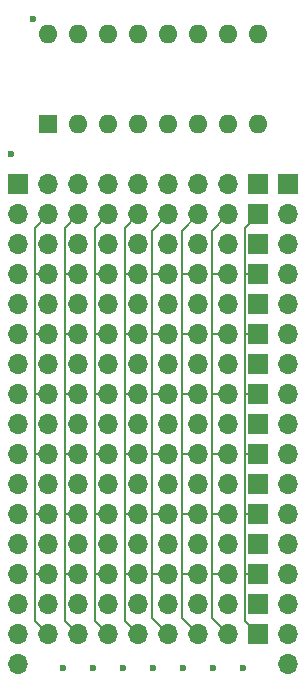
<source format=gbl>
G04 #@! TF.GenerationSoftware,KiCad,Pcbnew,8.0.8-unknown-202502120121~a17639b16e~ubuntu24.04.1*
G04 #@! TF.CreationDate,2025-02-14T12:45:32-05:00*
G04 #@! TF.ProjectId,diode-matrix-rom-dip,64696f64-652d-46d6-9174-7269782d726f,v00*
G04 #@! TF.SameCoordinates,Original*
G04 #@! TF.FileFunction,Copper,L4,Bot*
G04 #@! TF.FilePolarity,Positive*
%FSLAX46Y46*%
G04 Gerber Fmt 4.6, Leading zero omitted, Abs format (unit mm)*
G04 Created by KiCad (PCBNEW 8.0.8-unknown-202502120121~a17639b16e~ubuntu24.04.1) date 2025-02-14 12:45:32*
%MOMM*%
%LPD*%
G01*
G04 APERTURE LIST*
G04 #@! TA.AperFunction,ComponentPad*
%ADD10R,1.700000X1.700000*%
G04 #@! TD*
G04 #@! TA.AperFunction,ComponentPad*
%ADD11O,1.700000X1.700000*%
G04 #@! TD*
G04 #@! TA.AperFunction,ComponentPad*
%ADD12R,1.600000X1.600000*%
G04 #@! TD*
G04 #@! TA.AperFunction,ComponentPad*
%ADD13O,1.600000X1.600000*%
G04 #@! TD*
G04 #@! TA.AperFunction,ViaPad*
%ADD14C,0.600000*%
G04 #@! TD*
G04 #@! TA.AperFunction,Conductor*
%ADD15C,0.200000*%
G04 #@! TD*
G04 APERTURE END LIST*
D10*
X137160000Y-114300000D03*
D11*
X134620000Y-114300000D03*
X132080000Y-114300000D03*
X129540000Y-114300000D03*
X127000000Y-114300000D03*
X124460000Y-114300000D03*
X121920000Y-114300000D03*
X119380000Y-114300000D03*
D10*
X137160000Y-119380000D03*
D11*
X134620000Y-119380000D03*
X132080000Y-119380000D03*
X129540000Y-119380000D03*
X127000000Y-119380000D03*
X124460000Y-119380000D03*
X121920000Y-119380000D03*
X119380000Y-119380000D03*
D10*
X137160000Y-101600000D03*
D11*
X134620000Y-101600000D03*
X132080000Y-101600000D03*
X129540000Y-101600000D03*
X127000000Y-101600000D03*
X124460000Y-101600000D03*
X121920000Y-101600000D03*
X119380000Y-101600000D03*
D10*
X137160000Y-96520000D03*
D11*
X134620000Y-96520000D03*
X132080000Y-96520000D03*
X129540000Y-96520000D03*
X127000000Y-96520000D03*
X124460000Y-96520000D03*
X121920000Y-96520000D03*
X119380000Y-96520000D03*
D10*
X137160000Y-106680000D03*
D11*
X134620000Y-106680000D03*
X132080000Y-106680000D03*
X129540000Y-106680000D03*
X127000000Y-106680000D03*
X124460000Y-106680000D03*
X121920000Y-106680000D03*
X119380000Y-106680000D03*
D10*
X137160000Y-104140000D03*
D11*
X134620000Y-104140000D03*
X132080000Y-104140000D03*
X129540000Y-104140000D03*
X127000000Y-104140000D03*
X124460000Y-104140000D03*
X121920000Y-104140000D03*
X119380000Y-104140000D03*
D12*
X119380000Y-86360000D03*
D13*
X121920000Y-86360000D03*
X124460000Y-86360000D03*
X127000000Y-86360000D03*
X129540000Y-86360000D03*
X132080000Y-86360000D03*
X134620000Y-86360000D03*
X137160000Y-86360000D03*
X137160000Y-78740000D03*
X134620000Y-78740000D03*
X132080000Y-78740000D03*
X129540000Y-78740000D03*
X127000000Y-78740000D03*
X124460000Y-78740000D03*
X121920000Y-78740000D03*
X119380000Y-78740000D03*
D10*
X137160000Y-124460000D03*
D11*
X134620000Y-124460000D03*
X132080000Y-124460000D03*
X129540000Y-124460000D03*
X127000000Y-124460000D03*
X124460000Y-124460000D03*
X121920000Y-124460000D03*
X119380000Y-124460000D03*
D10*
X137160000Y-121920000D03*
D11*
X134620000Y-121920000D03*
X132080000Y-121920000D03*
X129540000Y-121920000D03*
X127000000Y-121920000D03*
X124460000Y-121920000D03*
X121920000Y-121920000D03*
X119380000Y-121920000D03*
D10*
X137160000Y-93980000D03*
D11*
X134620000Y-93980000D03*
X132080000Y-93980000D03*
X129540000Y-93980000D03*
X127000000Y-93980000D03*
X124460000Y-93980000D03*
X121920000Y-93980000D03*
X119380000Y-93980000D03*
D10*
X137160000Y-91440000D03*
D11*
X134620000Y-91440000D03*
X132080000Y-91440000D03*
X129540000Y-91440000D03*
X127000000Y-91440000D03*
X124460000Y-91440000D03*
X121920000Y-91440000D03*
X119380000Y-91440000D03*
D10*
X137160000Y-116840000D03*
D11*
X134620000Y-116840000D03*
X132080000Y-116840000D03*
X129540000Y-116840000D03*
X127000000Y-116840000D03*
X124460000Y-116840000D03*
X121920000Y-116840000D03*
X119380000Y-116840000D03*
D10*
X137160000Y-109220000D03*
D11*
X134620000Y-109220000D03*
X132080000Y-109220000D03*
X129540000Y-109220000D03*
X127000000Y-109220000D03*
X124460000Y-109220000D03*
X121920000Y-109220000D03*
X119380000Y-109220000D03*
D10*
X137160000Y-127000000D03*
D11*
X134620000Y-127000000D03*
X132080000Y-127000000D03*
X129540000Y-127000000D03*
X127000000Y-127000000D03*
X124460000Y-127000000D03*
X121920000Y-127000000D03*
X119380000Y-127000000D03*
D10*
X137160000Y-99060000D03*
D11*
X134620000Y-99060000D03*
X132080000Y-99060000D03*
X129540000Y-99060000D03*
X127000000Y-99060000D03*
X124460000Y-99060000D03*
X121920000Y-99060000D03*
X119380000Y-99060000D03*
D10*
X137160000Y-129540000D03*
D11*
X134620000Y-129540000D03*
X132080000Y-129540000D03*
X129540000Y-129540000D03*
X127000000Y-129540000D03*
X124460000Y-129540000D03*
X121920000Y-129540000D03*
X119380000Y-129540000D03*
D10*
X137160000Y-111760000D03*
D11*
X134620000Y-111760000D03*
X132080000Y-111760000D03*
X129540000Y-111760000D03*
X127000000Y-111760000D03*
X124460000Y-111760000D03*
X121920000Y-111760000D03*
X119380000Y-111760000D03*
D10*
X116840000Y-91440000D03*
D11*
X116840000Y-93980000D03*
X116840000Y-96520000D03*
X116840000Y-99060000D03*
X116840000Y-101600000D03*
X116840000Y-104140000D03*
X116840000Y-106680000D03*
X116840000Y-109220000D03*
X116840000Y-111760000D03*
X116840000Y-114300000D03*
X116840000Y-116840000D03*
X116840000Y-119380000D03*
X116840000Y-121920000D03*
X116840000Y-124460000D03*
X116840000Y-127000000D03*
X116840000Y-129540000D03*
X116840000Y-132080000D03*
D10*
X139700000Y-91440000D03*
D11*
X139700000Y-93980000D03*
X139700000Y-96520000D03*
X139700000Y-99060000D03*
X139700000Y-101600000D03*
X139700000Y-104140000D03*
X139700000Y-106680000D03*
X139700000Y-109220000D03*
X139700000Y-111760000D03*
X139700000Y-114300000D03*
X139700000Y-116840000D03*
X139700000Y-119380000D03*
X139700000Y-121920000D03*
X139700000Y-124460000D03*
X139700000Y-127000000D03*
X139700000Y-129540000D03*
X139700000Y-132080000D03*
D14*
X133350000Y-132400000D03*
X125730000Y-132400000D03*
X120650000Y-132400000D03*
X128270000Y-132400000D03*
X116205000Y-88900000D03*
X118110000Y-77470000D03*
X135890000Y-132400000D03*
X130810000Y-132400000D03*
X123190000Y-132400000D03*
D15*
X124460000Y-114300000D02*
X123310000Y-114300000D01*
X123310000Y-124460000D02*
X123310000Y-128390000D01*
X123310000Y-104140000D02*
X123310000Y-109220000D01*
X123310000Y-119380000D02*
X123310000Y-124460000D01*
X124460000Y-104140000D02*
X123310000Y-104140000D01*
X124460000Y-93980000D02*
X123310000Y-95130000D01*
X124460000Y-99060000D02*
X123310000Y-99060000D01*
X124460000Y-119380000D02*
X123310000Y-119380000D01*
X123310000Y-95130000D02*
X123310000Y-99060000D01*
X123310000Y-128390000D02*
X124460000Y-129540000D01*
X123310000Y-99060000D02*
X123310000Y-104140000D01*
X124460000Y-124460000D02*
X123310000Y-124460000D01*
X123310000Y-114300000D02*
X123310000Y-119380000D01*
X123310000Y-109220000D02*
X123310000Y-114300000D01*
X124460000Y-109220000D02*
X123310000Y-109220000D01*
X118230000Y-114300000D02*
X118230000Y-119380000D01*
X119380000Y-104140000D02*
X118230000Y-104140000D01*
X118230000Y-99060000D02*
X118230000Y-104140000D01*
X118230000Y-124460000D02*
X118230000Y-128390000D01*
X119380000Y-99060000D02*
X118230000Y-99060000D01*
X119380000Y-109220000D02*
X118230000Y-109220000D01*
X119380000Y-114300000D02*
X118230000Y-114300000D01*
X118230000Y-95130000D02*
X118230000Y-99060000D01*
X118230000Y-104140000D02*
X118230000Y-109220000D01*
X119380000Y-124460000D02*
X118230000Y-124460000D01*
X119380000Y-119380000D02*
X118230000Y-119380000D01*
X119380000Y-93980000D02*
X118230000Y-95130000D01*
X118230000Y-128390000D02*
X119380000Y-129540000D01*
X118230000Y-119380000D02*
X118230000Y-124460000D01*
X118230000Y-109220000D02*
X118230000Y-114300000D01*
X121920000Y-104140000D02*
X120770000Y-104140000D01*
X120770000Y-128390000D02*
X121920000Y-129540000D01*
X121920000Y-124460000D02*
X120770000Y-124460000D01*
X120770000Y-124460000D02*
X120770000Y-128390000D01*
X121920000Y-109220000D02*
X120770000Y-109220000D01*
X121920000Y-119380000D02*
X120770000Y-119380000D01*
X121920000Y-114300000D02*
X120770000Y-114300000D01*
X120770000Y-109220000D02*
X120770000Y-114300000D01*
X121920000Y-99060000D02*
X120770000Y-99060000D01*
X120770000Y-95130000D02*
X120770000Y-99060000D01*
X120770000Y-114300000D02*
X120770000Y-119380000D01*
X120770000Y-119380000D02*
X120770000Y-124460000D01*
X120770000Y-99060000D02*
X120770000Y-104140000D01*
X120770000Y-104140000D02*
X120770000Y-109220000D01*
X121920000Y-93980000D02*
X120770000Y-95130000D01*
X129540000Y-114300000D02*
X128150000Y-114300000D01*
X129540000Y-109220000D02*
X128150000Y-109220000D01*
X128150000Y-109220000D02*
X128150000Y-114300000D01*
X128150000Y-95370000D02*
X128150000Y-99060000D01*
X129540000Y-119380000D02*
X128150000Y-119380000D01*
X128150000Y-128150000D02*
X129540000Y-129540000D01*
X129540000Y-104140000D02*
X128150000Y-104140000D01*
X128150000Y-104140000D02*
X128150000Y-109220000D01*
X129540000Y-124460000D02*
X128150000Y-124460000D01*
X129540000Y-99060000D02*
X128150000Y-99060000D01*
X129540000Y-93980000D02*
X128150000Y-95370000D01*
X128150000Y-124460000D02*
X128150000Y-128150000D01*
X128150000Y-99060000D02*
X128150000Y-104140000D01*
X128150000Y-114300000D02*
X128150000Y-119380000D01*
X128150000Y-119380000D02*
X128150000Y-124460000D01*
X133230000Y-99060000D02*
X133230000Y-104140000D01*
X134620000Y-119380000D02*
X133230000Y-119380000D01*
X134620000Y-93980000D02*
X133230000Y-95370000D01*
X134620000Y-109220000D02*
X133230000Y-109220000D01*
X134620000Y-114300000D02*
X133230000Y-114300000D01*
X133230000Y-128150000D02*
X134620000Y-129540000D01*
X133230000Y-95370000D02*
X133230000Y-99060000D01*
X134620000Y-104140000D02*
X133230000Y-104140000D01*
X133230000Y-104140000D02*
X133230000Y-109220000D01*
X134620000Y-124460000D02*
X133230000Y-124460000D01*
X133230000Y-109220000D02*
X133230000Y-114300000D01*
X133230000Y-124460000D02*
X133230000Y-128150000D01*
X133230000Y-119380000D02*
X133230000Y-124460000D01*
X134620000Y-99060000D02*
X133230000Y-99060000D01*
X133230000Y-114300000D02*
X133230000Y-119380000D01*
X136010000Y-128390000D02*
X137160000Y-129540000D01*
X137160000Y-119380000D02*
X136010000Y-119380000D01*
X137160000Y-114300000D02*
X136010000Y-114300000D01*
X137160000Y-93980000D02*
X136010000Y-95130000D01*
X137160000Y-109220000D02*
X136010000Y-109220000D01*
X136010000Y-119380000D02*
X136010000Y-124460000D01*
X137160000Y-124460000D02*
X136010000Y-124460000D01*
X136010000Y-114300000D02*
X136010000Y-119380000D01*
X136010000Y-99060000D02*
X136010000Y-104140000D01*
X136010000Y-124460000D02*
X136010000Y-128390000D01*
X137160000Y-99060000D02*
X136010000Y-99060000D01*
X137160000Y-104140000D02*
X136010000Y-104140000D01*
X136010000Y-95130000D02*
X136010000Y-99060000D01*
X136010000Y-109220000D02*
X136010000Y-114300000D01*
X136010000Y-104140000D02*
X136010000Y-109220000D01*
X125850000Y-128390000D02*
X127000000Y-129540000D01*
X125850000Y-114300000D02*
X125850000Y-119380000D01*
X125850000Y-104140000D02*
X125850000Y-109220000D01*
X127000000Y-93980000D02*
X125850000Y-95130000D01*
X125850000Y-124460000D02*
X125850000Y-128390000D01*
X127000000Y-124460000D02*
X125850000Y-124460000D01*
X125850000Y-95130000D02*
X125850000Y-99060000D01*
X127000000Y-119380000D02*
X125850000Y-119380000D01*
X127000000Y-114300000D02*
X125850000Y-114300000D01*
X127000000Y-99060000D02*
X125850000Y-99060000D01*
X125850000Y-119380000D02*
X125850000Y-124460000D01*
X127000000Y-104140000D02*
X125850000Y-104140000D01*
X127000000Y-109220000D02*
X125850000Y-109220000D01*
X125850000Y-99060000D02*
X125850000Y-104140000D01*
X125850000Y-109220000D02*
X125850000Y-114300000D01*
X130690000Y-124460000D02*
X130690000Y-128150000D01*
X132080000Y-104140000D02*
X130690000Y-104140000D01*
X130690000Y-114300000D02*
X130690000Y-119380000D01*
X132080000Y-114300000D02*
X130690000Y-114300000D01*
X132080000Y-124460000D02*
X130690000Y-124460000D01*
X130690000Y-128150000D02*
X132080000Y-129540000D01*
X132080000Y-119380000D02*
X130690000Y-119380000D01*
X132080000Y-109220000D02*
X130690000Y-109220000D01*
X130690000Y-119380000D02*
X130690000Y-124460000D01*
X130690000Y-99060000D02*
X130690000Y-104140000D01*
X130690000Y-109220000D02*
X130690000Y-114300000D01*
X132080000Y-99060000D02*
X130690000Y-99060000D01*
X132080000Y-93980000D02*
X130690000Y-95370000D01*
X130690000Y-95370000D02*
X130690000Y-99060000D01*
X130690000Y-104140000D02*
X130690000Y-109220000D01*
M02*

</source>
